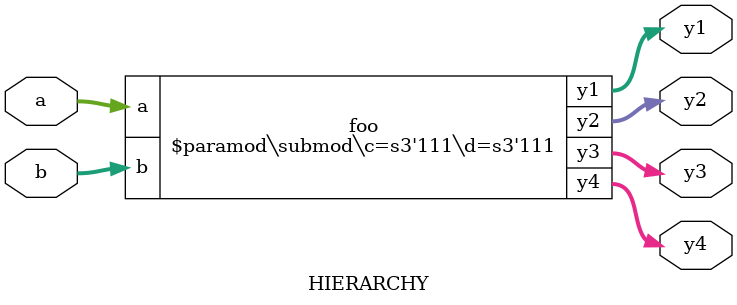
<source format=v>

(* top *)
module HIERARCHY(a, b, y1, y2, y3, y4);
input [3:0] a;
input signed [3:0] b;
output [7:0] y1, y2, y3, y4;

submod #(-3'sd1, -3'sd1) foo (a, b, y1, y2, y3, y4);

endmodule

(* gentb_skip *)
module submod(a, b, y1, y2, y3, y4);
parameter c = 0;
parameter [7:0] d = 0;
input [3:0] a, b;
output [7:0] y1, y2, y3, y4;
assign y1 = a;
assign y2 = b;
assign y3 = c;
assign y4 = d;
endmodule


</source>
